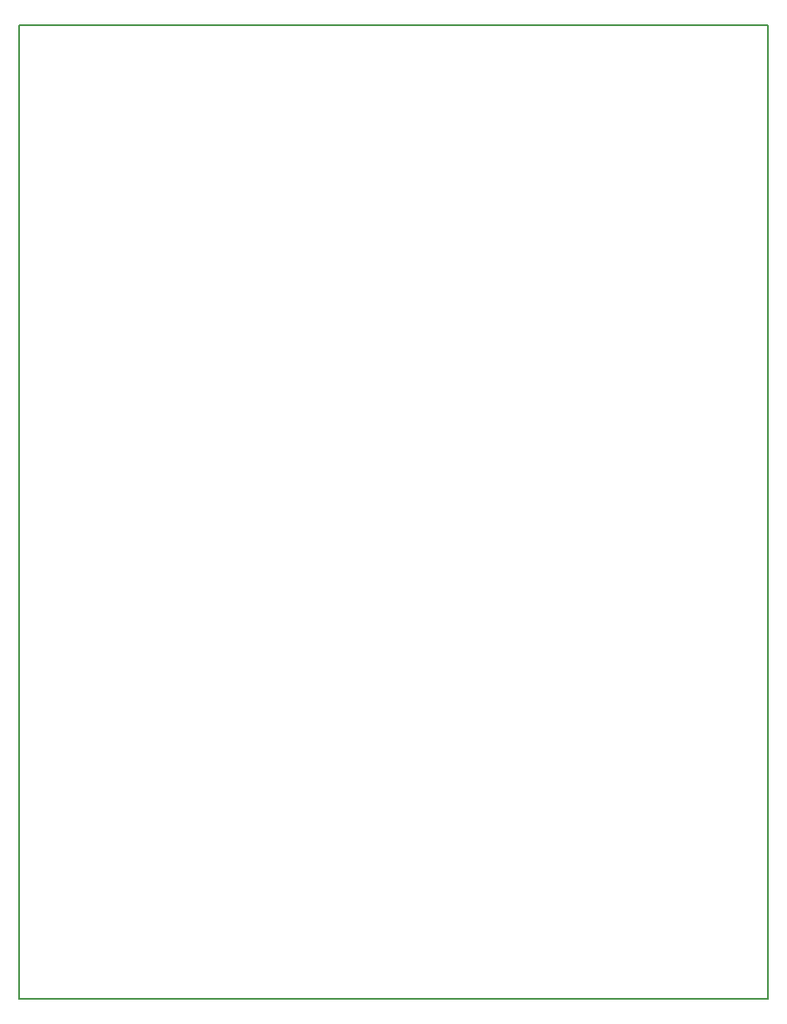
<source format=gbr>
G04 DipTrace 3.3.1.3*
G04 BoardOutline.gbr*
%MOMM*%
G04 #@! TF.FileFunction,Profile*
G04 #@! TF.Part,Single*
%ADD11C,0.14*%
%FSLAX35Y35*%
G04*
G71*
G90*
G75*
G01*
G04 BoardOutline*
%LPD*%
X8300000Y10500000D2*
D11*
X1000000D1*
Y1000000D1*
X8300000D1*
Y10500000D1*
M02*

</source>
